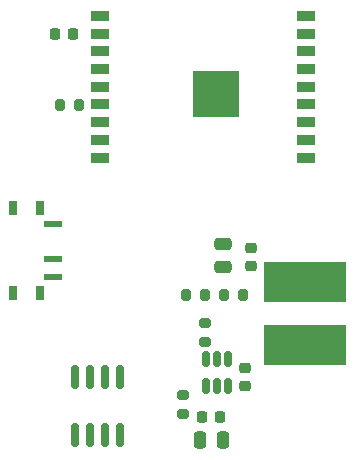
<source format=gbr>
%TF.GenerationSoftware,KiCad,Pcbnew,7.0.9*%
%TF.CreationDate,2023-12-13T00:56:51-08:00*%
%TF.ProjectId,Vi-Fi,56692d46-692e-46b6-9963-61645f706362,rev?*%
%TF.SameCoordinates,Original*%
%TF.FileFunction,Paste,Top*%
%TF.FilePolarity,Positive*%
%FSLAX46Y46*%
G04 Gerber Fmt 4.6, Leading zero omitted, Abs format (unit mm)*
G04 Created by KiCad (PCBNEW 7.0.9) date 2023-12-13 00:56:51*
%MOMM*%
%LPD*%
G01*
G04 APERTURE LIST*
G04 Aperture macros list*
%AMRoundRect*
0 Rectangle with rounded corners*
0 $1 Rounding radius*
0 $2 $3 $4 $5 $6 $7 $8 $9 X,Y pos of 4 corners*
0 Add a 4 corners polygon primitive as box body*
4,1,4,$2,$3,$4,$5,$6,$7,$8,$9,$2,$3,0*
0 Add four circle primitives for the rounded corners*
1,1,$1+$1,$2,$3*
1,1,$1+$1,$4,$5*
1,1,$1+$1,$6,$7*
1,1,$1+$1,$8,$9*
0 Add four rect primitives between the rounded corners*
20,1,$1+$1,$2,$3,$4,$5,0*
20,1,$1+$1,$4,$5,$6,$7,0*
20,1,$1+$1,$6,$7,$8,$9,0*
20,1,$1+$1,$8,$9,$2,$3,0*%
G04 Aperture macros list end*
%ADD10RoundRect,0.225000X0.250000X-0.225000X0.250000X0.225000X-0.250000X0.225000X-0.250000X-0.225000X0*%
%ADD11RoundRect,0.225000X0.225000X0.250000X-0.225000X0.250000X-0.225000X-0.250000X0.225000X-0.250000X0*%
%ADD12R,1.524000X0.600000*%
%ADD13R,0.700000X1.200000*%
%ADD14R,1.500000X0.900000*%
%ADD15R,4.000000X4.000000*%
%ADD16RoundRect,0.200000X0.275000X-0.200000X0.275000X0.200000X-0.275000X0.200000X-0.275000X-0.200000X0*%
%ADD17R,7.000000X3.500000*%
%ADD18RoundRect,0.150000X0.150000X-0.512500X0.150000X0.512500X-0.150000X0.512500X-0.150000X-0.512500X0*%
%ADD19RoundRect,0.200000X-0.200000X-0.275000X0.200000X-0.275000X0.200000X0.275000X-0.200000X0.275000X0*%
%ADD20RoundRect,0.200000X0.200000X0.275000X-0.200000X0.275000X-0.200000X-0.275000X0.200000X-0.275000X0*%
%ADD21RoundRect,0.150000X-0.150000X0.825000X-0.150000X-0.825000X0.150000X-0.825000X0.150000X0.825000X0*%
%ADD22RoundRect,0.250000X-0.475000X0.250000X-0.475000X-0.250000X0.475000X-0.250000X0.475000X0.250000X0*%
%ADD23RoundRect,0.225000X-0.225000X-0.250000X0.225000X-0.250000X0.225000X0.250000X-0.225000X0.250000X0*%
%ADD24RoundRect,0.250000X-0.250000X-0.475000X0.250000X-0.475000X0.250000X0.475000X-0.250000X0.475000X0*%
G04 APERTURE END LIST*
D10*
%TO.C,C4*%
X63715000Y-77775000D03*
X63715000Y-76225000D03*
%TD*%
D11*
%TO.C,C3*%
X49162000Y-48006000D03*
X47612000Y-48006000D03*
%TD*%
D12*
%TO.C,SW2*%
X47420000Y-64044000D03*
X47420000Y-67044000D03*
X47420000Y-68544000D03*
D13*
X46320000Y-62694000D03*
X44020000Y-62694000D03*
X46320000Y-69894000D03*
X44020000Y-69894000D03*
%TD*%
D14*
%TO.C,U1*%
X51383000Y-46451000D03*
X51383000Y-47951000D03*
X51383000Y-49451000D03*
X51383000Y-50951000D03*
X51383000Y-52451000D03*
X51383000Y-53951000D03*
X51383000Y-55451000D03*
X51383000Y-56951000D03*
X51383000Y-58451000D03*
X68883000Y-58451000D03*
X68883000Y-56951000D03*
X68883000Y-55451000D03*
X68883000Y-53951000D03*
X68883000Y-52451000D03*
X68883000Y-50951000D03*
X68883000Y-49451000D03*
X68883000Y-47951000D03*
X68883000Y-46451000D03*
D15*
X61233000Y-53061000D03*
%TD*%
D16*
%TO.C,R5*%
X58415000Y-80175000D03*
X58415000Y-78525000D03*
%TD*%
D10*
%TO.C,C2*%
X64215000Y-67625000D03*
X64215000Y-66075000D03*
%TD*%
D17*
%TO.C,L1*%
X68815000Y-68950000D03*
X68815000Y-74350000D03*
%TD*%
D18*
%TO.C,U3*%
X60365000Y-77787500D03*
X61315000Y-77787500D03*
X62265000Y-77787500D03*
X62265000Y-75512500D03*
X61315000Y-75512500D03*
X60365000Y-75512500D03*
%TD*%
D19*
%TO.C,R9*%
X49655000Y-53975000D03*
X48005000Y-53975000D03*
%TD*%
D20*
%TO.C,R2*%
X60315000Y-70050000D03*
X58665000Y-70050000D03*
%TD*%
D16*
%TO.C,R7*%
X60315000Y-72425000D03*
X60315000Y-74075000D03*
%TD*%
D21*
%TO.C,U2*%
X53148000Y-81977000D03*
X51878000Y-81977000D03*
X50608000Y-81977000D03*
X49338000Y-81977000D03*
X49338000Y-77027000D03*
X50608000Y-77027000D03*
X51878000Y-77027000D03*
X53148000Y-77027000D03*
%TD*%
D22*
%TO.C,C2A1*%
X61815000Y-65800000D03*
X61815000Y-67700000D03*
%TD*%
D20*
%TO.C,R1*%
X63540000Y-70050000D03*
X61890000Y-70050000D03*
%TD*%
D23*
%TO.C,C1A1*%
X61590000Y-80400000D03*
X60040000Y-80400000D03*
%TD*%
D24*
%TO.C,C1*%
X61815000Y-82400000D03*
X59915000Y-82400000D03*
%TD*%
M02*

</source>
